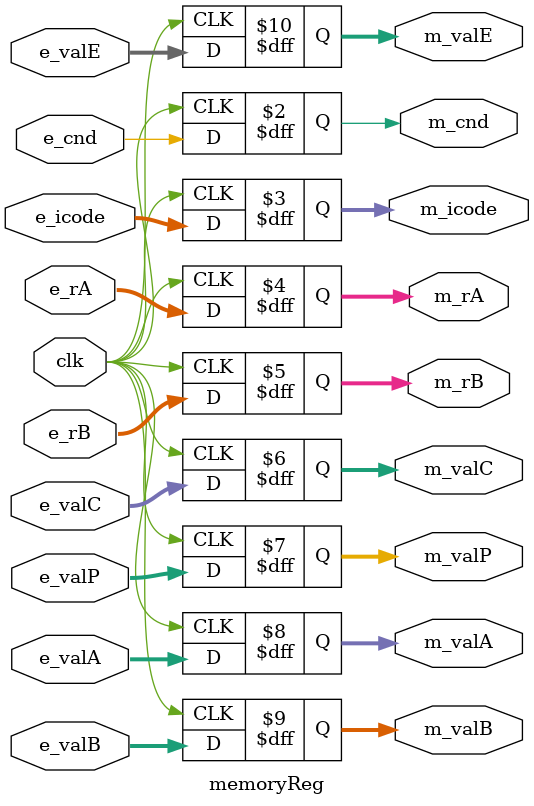
<source format=v>
module memoryReg(clk,e_icode,e_rA,e_rB,e_valC,e_valP,e_valA,e_valB,e_cnd,e_valE,m_icode,m_rA,m_rB,m_valC,m_valP,m_valA,m_valB,m_cnd,m_valE);

input clk,e_cnd;
input [3:0] e_icode,e_rA,e_rB;
input [63:0] e_valC,e_valP,e_valA,e_valB,e_valE;

output reg m_cnd;
output reg [3:0] m_icode,m_rA,m_rB;
output reg [63:0] m_valC,m_valP,m_valA,m_valB,m_valE;

always @(posedge clk) begin
    m_icode <= e_icode;
    m_rA <= e_rA;
    m_rB <= e_rB;
    m_valC <= e_valC;
    m_valP <= e_valP;
    m_valA <= e_valA;
    m_valB <= e_valB;
    m_valE <= e_valE;
    m_cnd <= e_cnd;
end

    
endmodule

</source>
